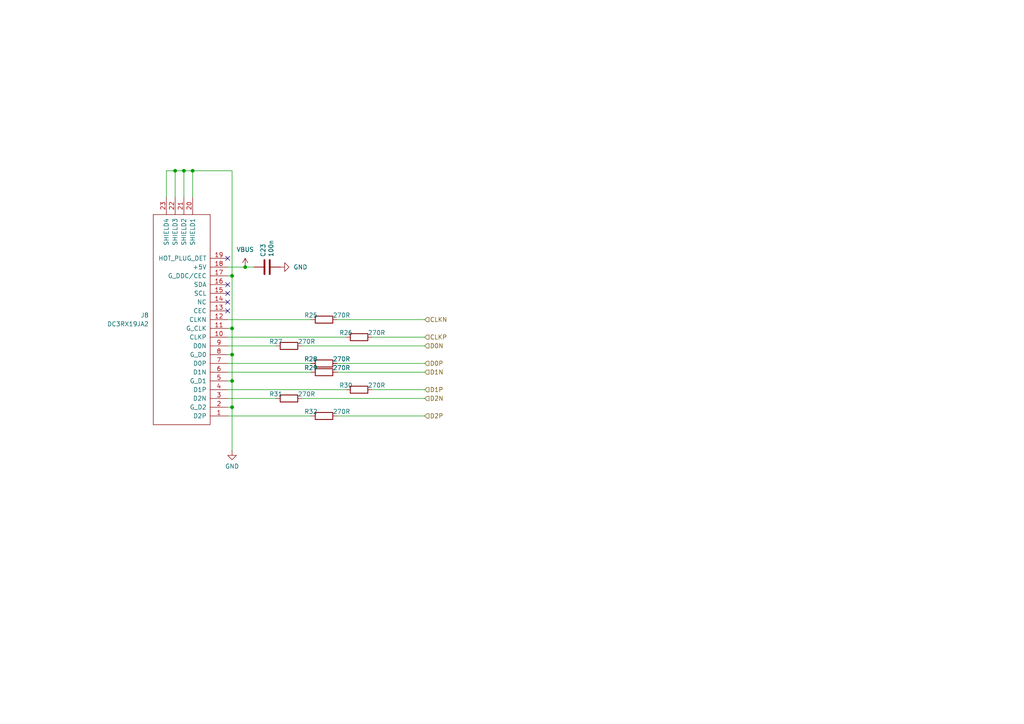
<source format=kicad_sch>
(kicad_sch (version 20250114) (generator "eeschema") (generator_version "9.0")
  (paper "A4")
  (title_block (title "MiniFRANK RM1E") (date "2025-04-15") (rev "${VERSION}") (company "Mikhail Matveev") (comment 1 "https://github.com/xtremespb/frank"))
  (lib_symbols
    (symbol "Device:C" (pin_numbers (hide yes)) (pin_names (offset 0.254))
      (property "Reference" "C" (at 0.635 2.54 0))
      (property "Value" "C" (at 0.635 -2.54 0))
      (symbol "C_0_1"
        (polyline (pts (xy -2.032 0.762) (xy 2.032 0.762)) (stroke (width 0.508)))
        (polyline (pts (xy -2.032 -0.762) (xy 2.032 -0.762)) (stroke (width 0.508)))
      )
      (symbol "C_1_1"
        (pin passive line (at 0 3.81 270) (length 2.794) (name "~") (number "1"))
        (pin passive line (at 0 -3.81 90) (length 2.794) (name "~") (number "2"))
      )
    )
    (symbol "Device:R" (pin_numbers (hide yes)) (pin_names (offset 0))
      (property "Reference" "R" (at 2.032 0 90))
      (property "Value" "R" (at 0 0 90))
      (symbol "R_0_1"
        (rectangle (start -1.016 -2.54) (end 1.016 2.54) (stroke (width 0.254)))
      )
      (symbol "R_1_1"
        (pin passive line (at 0 3.81 270) (length 1.27) (name "~") (number "1"))
        (pin passive line (at 0 -3.81 90) (length 1.27) (name "~") (number "2"))
      )
    )
    (symbol "FRANK:HDMI" (pin_names (offset 1.016))
      (property "Reference" "HDMI1" (at 12.7 -16.5101 0))
      (property "Value" "HDMI" (at 12.7 -13.9701 0))
      (symbol "HDMI_0_1"
        (rectangle (start -5.08 15.24) (end 11.43 -45.72))
      )
      (symbol "HDMI_1_1"
        (pin input line (at -10.16 12.7 0) (length 5.08) (name "D2P") (number "1"))
        (pin input line (at -10.16 10.16 0) (length 5.08) (name "G_D2") (number "2"))
        (pin input line (at -10.16 7.62 0) (length 5.08) (name "D2N") (number "3"))
        (pin input line (at -10.16 5.08 0) (length 5.08) (name "D1P") (number "4"))
        (pin input line (at -10.16 2.54 0) (length 5.08) (name "G_D1") (number "5"))
        (pin input line (at -10.16 0 0) (length 5.08) (name "D1N") (number "6"))
        (pin input line (at -10.16 -2.54 0) (length 5.08) (name "D0P") (number "7"))
        (pin input line (at -10.16 -5.08 0) (length 5.08) (name "G_D0") (number "8"))
        (pin input line (at -10.16 -7.62 0) (length 5.08) (name "D0N") (number "9"))
        (pin input line (at -10.16 -10.16 0) (length 5.08) (name "CLKP") (number "10"))
        (pin input line (at -10.16 -12.7 0) (length 5.08) (name "G_CLK") (number "11"))
        (pin input line (at -10.16 -15.24 0) (length 5.08) (name "CLKN") (number "12"))
        (pin input line (at -10.16 -17.78 0) (length 5.08) (name "CEC") (number "13"))
        (pin input line (at -10.16 -20.32 0) (length 5.08) (name "NC") (number "14"))
        (pin input line (at -10.16 -22.86 0) (length 5.08) (name "SCL") (number "15"))
        (pin input line (at -10.16 -25.4 0) (length 5.08) (name "SDA") (number "16"))
        (pin input line (at -10.16 -27.94 0) (length 5.08) (name "G_DDC/CEC") (number "17"))
        (pin input line (at -10.16 -30.48 0) (length 5.08) (name "+5V") (number "18"))
        (pin input line (at -10.16 -33.02 0) (length 5.08) (name "HOT_PLUG_DET") (number "19"))
        (pin input line (at 0 -50.8 90) (length 5.08) (name "SHIELD1") (number "20"))
        (pin input line (at 2.54 -50.8 90) (length 5.08) (name "SHIELD2") (number "21"))
        (pin input line (at 5.08 -50.8 90) (length 5.08) (name "SHIELD3") (number "22"))
        (pin input line (at 7.62 -50.8 90) (length 5.08) (name "SHIELD4") (number "23"))
      )
    )
    (symbol "GND_1" (power) (pin_numbers (hide yes)) (pin_names (offset 0) (hide yes))
      (property "Value" "GND" (at 0 -3.81 0))
      (symbol "GND_1_0_1"
        (polyline (pts (xy 0 0) (xy 0 -1.27) (xy 1.27 -1.27) (xy 0 -2.54) (xy -1.27 -1.27) (xy 0 -1.27)))
      )
      (symbol "GND_1_1_1"
        (pin power_in line (at 0 0 270) (length 0) (name "~") (number "1"))
      )
    )
    (symbol "power:GND" (power) (pin_numbers (hide yes)) (pin_names (offset 0) (hide yes))
      (property "Value" "GND" (at 0 -3.81 0))
      (symbol "GND_0_1"
        (polyline (pts (xy 0 0) (xy 0 -1.27) (xy 1.27 -1.27) (xy 0 -2.54) (xy -1.27 -1.27) (xy 0 -1.27)))
      )
      (symbol "GND_1_1"
        (pin power_in line (at 0 0 270) (length 0) (name "~") (number "1"))
      )
    )
    (symbol "power:VBUS" (power) (pin_numbers (hide yes)) (pin_names (offset 0) (hide yes))
      (property "Value" "VBUS" (at 0 3.556 0))
      (symbol "VBUS_0_1"
        (polyline (pts (xy -0.762 1.27) (xy 0 2.54)))
        (polyline (pts (xy 0 2.54) (xy 0.762 1.27)))
        (polyline (pts (xy 0 0) (xy 0 2.54)))
      )
      (symbol "VBUS_1_1"
        (pin power_in line (at 0 0 90) (length 0) (name "~") (number "1"))
      )
    )
  )
  (junction (at 71.12 77.47))
  (junction (at 67.31 110.49))
  (junction (at 50.8 49.53))
  (junction (at 67.31 80.01))
  (junction (at 67.31 95.25))
  (junction (at 67.31 118.11))
  (junction (at 55.88 49.53))
  (junction (at 67.31 102.87))
  (junction (at 53.34 49.53))
  (no_connect (at 66.04 90.17))
  (no_connect (at 66.04 85.09))
  (no_connect (at 66.04 87.63))
  (no_connect (at 66.04 74.93))
  (no_connect (at 66.04 82.55))
  (wire (pts (xy 66.04 95.25) (xy 67.31 95.25)))
  (wire (pts (xy 67.31 110.49) (xy 67.31 118.11)))
  (wire (pts (xy 66.04 105.41) (xy 90.17 105.41)))
  (wire (pts (xy 87.63 115.57) (xy 123.19 115.57)))
  (wire (pts (xy 66.04 120.65) (xy 90.17 120.65)))
  (wire (pts (xy 66.04 102.87) (xy 67.31 102.87)))
  (wire (pts (xy 67.31 49.53) (xy 55.88 49.53)))
  (wire (pts (xy 53.34 49.53) (xy 53.34 57.15)))
  (wire (pts (xy 87.63 100.33) (xy 123.19 100.33)))
  (wire (pts (xy 55.88 49.53) (xy 53.34 49.53)))
  (wire (pts (xy 107.95 113.03) (xy 123.19 113.03)))
  (wire (pts (xy 67.31 102.87) (xy 67.31 110.49)))
  (wire (pts (xy 67.31 95.25) (xy 67.31 102.87)))
  (wire (pts (xy 97.79 107.95) (xy 123.19 107.95)))
  (wire (pts (xy 50.8 49.53) (xy 50.8 57.15)))
  (wire (pts (xy 66.04 92.71) (xy 90.17 92.71)))
  (wire (pts (xy 66.04 77.47) (xy 71.12 77.47)))
  (wire (pts (xy 66.04 113.03) (xy 100.33 113.03)))
  (wire (pts (xy 66.04 118.11) (xy 67.31 118.11)))
  (wire (pts (xy 67.31 118.11) (xy 67.31 130.81)))
  (wire (pts (xy 97.79 92.71) (xy 123.19 92.71)))
  (wire (pts (xy 97.79 105.41) (xy 123.19 105.41)))
  (wire (pts (xy 67.31 95.25) (xy 67.31 80.01)))
  (wire (pts (xy 50.8 49.53) (xy 48.26 49.53)))
  (wire (pts (xy 66.04 110.49) (xy 67.31 110.49)))
  (wire (pts (xy 66.04 80.01) (xy 67.31 80.01)))
  (wire (pts (xy 66.04 97.79) (xy 100.33 97.79)))
  (wire (pts (xy 67.31 80.01) (xy 67.31 49.53)))
  (wire (pts (xy 71.12 77.47) (xy 73.66 77.47)))
  (wire (pts (xy 107.95 97.79) (xy 123.19 97.79)))
  (wire (pts (xy 66.04 115.57) (xy 80.01 115.57)))
  (wire (pts (xy 53.34 49.53) (xy 50.8 49.53)))
  (wire (pts (xy 66.04 107.95) (xy 90.17 107.95)))
  (wire (pts (xy 48.26 49.53) (xy 48.26 57.15)))
  (wire (pts (xy 55.88 49.53) (xy 55.88 57.15)))
  (wire (pts (xy 97.79 120.65) (xy 123.19 120.65)))
  (wire (pts (xy 66.04 100.33) (xy 80.01 100.33)))
  (hierarchical_label "D2P" (shape input) (at 123.19 120.65 0))
  (hierarchical_label "CLKP" (shape input) (at 123.19 97.79 0))
  (hierarchical_label "D2N" (shape input) (at 123.19 115.57 0))
  (hierarchical_label "CLKN" (shape input) (at 123.19 92.71 0))
  (hierarchical_label "D0P" (shape input) (at 123.19 105.41 0))
  (hierarchical_label "D1P" (shape input) (at 123.19 113.03 0))
  (hierarchical_label "D0N" (shape input) (at 123.19 100.33 0))
  (hierarchical_label "D1N" (shape input) (at 123.19 107.95 0))
  (symbol (lib_id "Device:R") (at 93.98 105.41 90) (unit 1)
    (property "Reference" "R28" (at 90.17 104.14 90))
    (property "Value" "270R" (at 99.06 104.14 90))
    (property "Footprint" "FRANK:Resistor (0402)" (effects (hide yes)))
    (property "Datasheet" "https://www.vishay.com/docs/28952/mcs0402at-mct0603at-mcu0805at-mca1206at.pdf" (effects (hide yes)))
    (property "AliExpress" "https://www.aliexpress.com/item/1005005945735199.html" (effects (hide yes)))
  )
  (symbol (lib_id "Device:R") (at 104.14 113.03 90) (unit 1)
    (property "Reference" "R30" (at 100.33 111.76 90))
    (property "Value" "270R" (at 109.22 111.76 90))
    (property "Footprint" "FRANK:Resistor (0402)" (effects (hide yes)))
    (property "Datasheet" "https://www.vishay.com/docs/28952/mcs0402at-mct0603at-mcu0805at-mca1206at.pdf" (effects (hide yes)))
    (property "AliExpress" "https://www.aliexpress.com/item/1005005945735199.html" (effects (hide yes)))
  )
  (symbol (lib_id "Device:R") (at 93.98 92.71 90) (unit 1)
    (property "Reference" "R25" (at 90.17 91.44 90))
    (property "Value" "270R" (at 99.06 91.44 90))
    (property "Footprint" "FRANK:Resistor (0402)" (effects (hide yes)))
    (property "Datasheet" "https://www.vishay.com/docs/28952/mcs0402at-mct0603at-mcu0805at-mca1206at.pdf" (effects (hide yes)))
    (property "AliExpress" "https://www.aliexpress.com/item/1005005945735199.html" (effects (hide yes)))
  )
  (symbol (lib_id "power:VBUS") (at 71.12 77.47 0) (unit 1)
    (property "Reference" "#PWR059" (effects (hide yes)))
    (property "Value" "VBUS" (at 71.12 72.39 0))
    (property "Description" "Power symbol creates a global label with name \"VBUS\"" (effects (hide yes)))
  )
  (symbol (lib_id "Device:R") (at 93.98 107.95 90) (unit 1)
    (property "Reference" "R29" (at 90.17 106.68 90))
    (property "Value" "270R" (at 99.06 106.68 90))
    (property "Footprint" "FRANK:Resistor (0402)" (effects (hide yes)))
    (property "Datasheet" "https://www.vishay.com/docs/28952/mcs0402at-mct0603at-mcu0805at-mca1206at.pdf" (effects (hide yes)))
    (property "AliExpress" "https://www.aliexpress.com/item/1005005945735199.html" (effects (hide yes)))
  )
  (symbol (lib_id "Device:C") (at 77.47 77.47 90) (unit 1)
    (property "Reference" "C23" (at 76.3016 74.549 0) (effects (justify left)))
    (property "Value" "100n" (at 78.613 74.549 0) (effects (justify left)))
    (property "Footprint" "FRANK:Capacitor (0402)" (effects (hide yes)))
    (property "Datasheet" "https://eu.mouser.com/datasheet/2/40/KGM_X7R-3223212.pdf" (effects (hide yes)))
    (property "AliExpress" "https://www.aliexpress.com/item/33008008276.html" (effects (hide yes)))
  )
  (symbol (lib_id "Device:R") (at 83.82 100.33 90) (unit 1)
    (property "Reference" "R27" (at 80.01 99.06 90))
    (property "Value" "270R" (at 88.9 99.06 90))
    (property "Footprint" "FRANK:Resistor (0402)" (effects (hide yes)))
    (property "Datasheet" "https://www.vishay.com/docs/28952/mcs0402at-mct0603at-mcu0805at-mca1206at.pdf" (effects (hide yes)))
    (property "AliExpress" "https://www.aliexpress.com/item/1005005945735199.html" (effects (hide yes)))
  )
  (symbol (lib_id "power:GND") (at 67.31 130.81 0) (unit 1)
    (property "Reference" "#PWR061" (effects (hide yes)))
    (property "Value" "GND" (at 67.31 135.2534 0))
    (property "Description" "Power symbol creates a global label with name \"GND\" , ground" (effects (hide yes)))
  )
  (symbol (lib_name "GND_1") (lib_id "power:GND") (at 81.28 77.47 90) (unit 1)
    (property "Reference" "#PWR060" (effects (hide yes)))
    (property "Value" "GND" (at 85.09 77.4699 90) (effects (justify right)))
    (property "Description" "Power symbol creates a global label with name \"GND\" , ground" (effects (hide yes)))
  )
  (symbol (lib_id "Device:R") (at 104.14 97.79 90) (unit 1)
    (property "Reference" "R26" (at 100.33 96.52 90))
    (property "Value" "270R" (at 109.22 96.52 90))
    (property "Footprint" "FRANK:Resistor (0402)" (effects (hide yes)))
    (property "Datasheet" "https://www.vishay.com/docs/28952/mcs0402at-mct0603at-mcu0805at-mca1206at.pdf" (effects (hide yes)))
    (property "AliExpress" "https://www.aliexpress.com/item/1005005945735199.html" (effects (hide yes)))
  )
  (symbol (lib_id "FRANK:HDMI") (at 55.88 107.95 180) (unit 1)
    (property "Reference" "J8" (at 43.18 91.4399 0) (effects (justify left)))
    (property "Value" "DC3RX19JA2" (at 43.18 93.9799 0) (effects (justify left)))
    (property "Footprint" "FRANK:HDMI (female)" (effects (hide yes)))
    (property "Datasheet" "https://www.mouser.com/datasheet/2/206/B_0233_2E_DC3-784461.pdf?srsltid=AfmBOopfNOwkdmYR2Zf10LYIa6wS_lfZGGRTVzb0297kvAyc-1zmhqWc" (effects (hide yes)))
    (property "AliExpress" "https://www.aliexpress.com/item/1005005248842433.html" (effects (hide yes)))
  )
  (symbol (lib_id "Device:R") (at 93.98 120.65 90) (unit 1)
    (property "Reference" "R32" (at 90.17 119.38 90))
    (property "Value" "270R" (at 99.06 119.38 90))
    (property "Footprint" "FRANK:Resistor (0402)" (effects (hide yes)))
    (property "Datasheet" "https://www.vishay.com/docs/28952/mcs0402at-mct0603at-mcu0805at-mca1206at.pdf" (effects (hide yes)))
    (property "AliExpress" "https://www.aliexpress.com/item/1005005945735199.html" (effects (hide yes)))
  )
  (symbol (lib_id "Device:R") (at 83.82 115.57 90) (unit 1)
    (property "Reference" "R31" (at 80.01 114.3 90))
    (property "Value" "270R" (at 88.9 114.3 90))
    (property "Footprint" "FRANK:Resistor (0402)" (effects (hide yes)))
    (property "Datasheet" "https://www.vishay.com/docs/28952/mcs0402at-mct0603at-mcu0805at-mca1206at.pdf" (effects (hide yes)))
    (property "AliExpress" "https://www.aliexpress.com/item/1005005945735199.html" (effects (hide yes)))
  )
)
</source>
